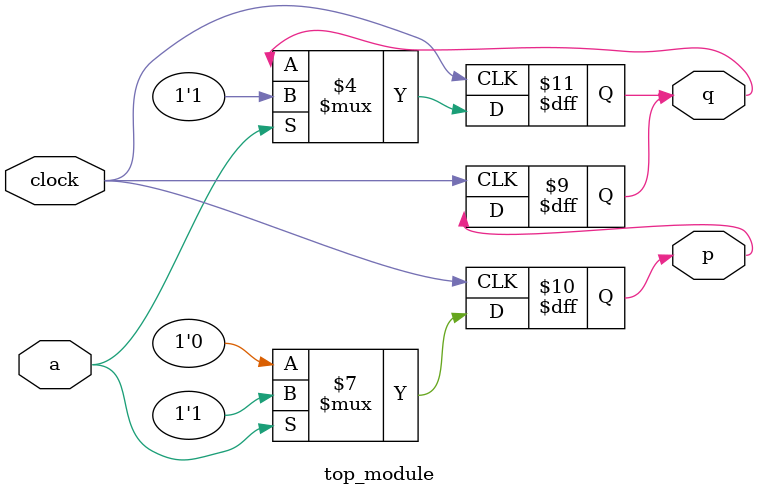
<source format=sv>
module top_module (
	input clock,
	input a,
	output reg p,
	output reg q
);

always @(posedge clock) begin
	if (a) begin
		p <= 1;
		q <= 1;
	end else begin
		p <= 0;
		q <= q;
	end
end

always @(negedge clock) begin
	q <= p;
end

endmodule

</source>
